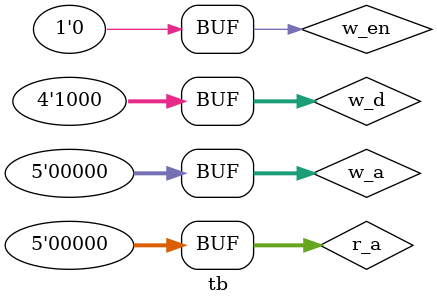
<source format=v>
module s_ram (
    input wire[4:0] read_addr,
    input wire[4:0] write_addr,
    input wire wr_enable,
    input wire[3:0] wr_data,
    output wire [3:0] read_data
);
 reg [3:0] mem[31:0];
 always @(*)
begin
if(wr_enable==1'b1)
begin
mem[write_addr]=wr_data;
end  
end   
assign read_data=mem[read_addr];  
endmodule

//tb
`timescale 1ns/10ps
module tb();
reg [4:0] r_a,w_a;
reg [3:0] w_d;
reg w_en;
wire [3:0] r_d;
s_ram instance0(
    .read_addr(r_a),
    .write_addr(w_a),
    .read_data(r_d),
    .wr_data(w_d),
    .wr_enable(w_en)
);
initial begin
w_en=1'b1;
r_a=5'b00001;
w_a=5'b00000;
w_d=4'b1010;
#40; 
w_en=1'b1;
r_a=5'b00000;
w_a=5'b00001;
w_d=4'b1111;
#40;
w_en=1'b0;
r_a=5'b00001;
w_a=5'b00000;
w_d=4'b1000;
#40;
w_en=1'b0;
r_a=5'b00000;
end
initial begin
    $monitor("wen = %b | w_data = %b | w_addr = %b | rd_data = %b | rd_addr = %b",w_en, w_d, w_a, r_d, r_a);
end
endmodule
</source>
